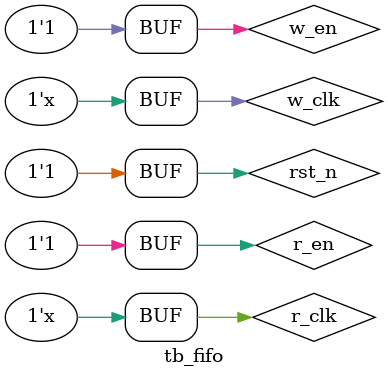
<source format=v>
`timescale      1ns/1ns

module  tb_fifo;
reg         r_clk,w_clk,rst_n;
reg         w_en;
wire  [7:0]  w_data;
reg         r_en;
wire        w_full;
wire        r_empty;
wire [7:0]  r_data;
parameter       CLK_W = 12;
parameter       CLK_R = 11;

reg [7:0] counter = 8'h00;

always @ (posedge w_clk or negedge rst_n)
begin
	if(~rst_n) 
		counter <= 8'h00;
	else 
		if(~w_full)
			counter <= counter + 1'b1;
		else 
			counter <= counter;
end

reg [7:0] counter_check = 8'h00;
always @ (posedge r_clk or negedge rst_n)
begin
	if(~rst_n) 
		counter_check <= 8'h00;
	else 
		if(~r_empty)
			counter_check <= counter_check + 1'b1;
		else 
			counter_check <= counter_check;
end

assign w_data = counter;
assign error  = (r_data == counter_check) ? 1'b0 : 1'b1;

initial begin
        w_en  = 0;
        r_en  = 0;
        r_clk = 0;
        w_clk = 0;
        rst_n = 0;
        #200
        rst_n = 1;
        w_en  = 1;
        r_en  = 1;
end
// Ð´³õÊ¼»¯Ä£¿é
// initial begin
        // w_en = 1'b0;
        // w_data = 0;
        // #300
        // write_data(8);
// end
// ¶ÁµÄ³õÊ¼»¯Ä£¿é
// initial begin
        // r_en = 1'b0;
        // @(posedge w_full);
        // #40;
        // read_data(8);
// end
// initial begin
        // r_en = 1'b0;
        // #350
        // read_data(8);
// end
always #(CLK_W/2)  w_clk = ~w_clk;
always #(CLK_R/2)  r_clk = ~r_clk;


fifo fifo_inst(
    .w_clk      (w_clk),
    .r_clk      (r_clk),
    .rst_n      (rst_n),
    .w_en       (w_en),
    .w_data     (w_data),
    .r_en       (r_en),
    .w_full     (w_full),
    .r_data     (r_data),
    .r_empty    (r_empty)
);

// task read_data(len);
        // integer i,len;
        // begin
            // for(i=0;i<len;i=i+1)
            // begin
                // @(posedge r_clk);
                // r_en = 1'b1;
            // end
            // @(posedge r_clk);
            // r_en = 1'b0;
        // end
// endtask

// task write_data(len);
        // integer i,len;
        // begin
            // for(i=0;i<len;i=i+1)
            // begin
                // @(posedge w_clk);
                // w_en = 1'b1;
                // w_data = i;
            // end
            // @(posedge w_clk);
            // w_en = 1'b0;
            // w_data = 0;
        // end
// endtask

endmodule


</source>
